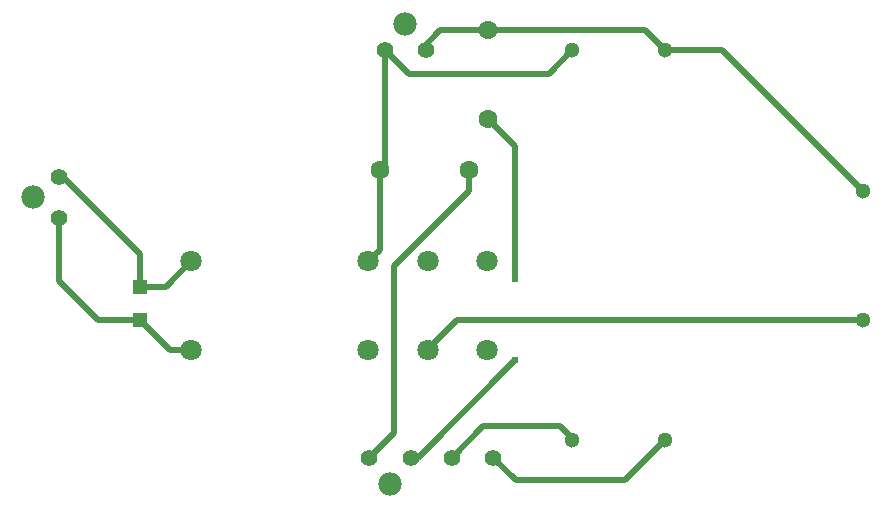
<source format=gbr>
G04 #@! TF.FileFunction,Copper,L1,Top,Signal*
%FSLAX46Y46*%
G04 Gerber Fmt 4.6, Leading zero omitted, Abs format (unit mm)*
G04 Created by KiCad (PCBNEW 4.0.7-e2-6376~58~ubuntu16.04.1) date Mon Nov 27 21:16:57 2017*
%MOMM*%
%LPD*%
G01*
G04 APERTURE LIST*
%ADD10C,0.100000*%
%ADD11C,1.800000*%
%ADD12C,1.300000*%
%ADD13R,1.200000X1.200000*%
%ADD14C,1.600000*%
%ADD15C,1.397000*%
%ADD16C,1.981000*%
%ADD17C,0.609600*%
%ADD18C,0.508000*%
G04 APERTURE END LIST*
D10*
D11*
X137094000Y-105530000D03*
X137094000Y-113030000D03*
X132094000Y-113030000D03*
X117094000Y-113030000D03*
X117094000Y-105530000D03*
X132094000Y-105530000D03*
X142094000Y-113030000D03*
X142094000Y-105530000D03*
D12*
X173990000Y-110490000D03*
X173990000Y-99590000D03*
D13*
X112776000Y-107693000D03*
X112776000Y-110493000D03*
D14*
X142240000Y-93472000D03*
X142250000Y-85972000D03*
X140589000Y-97790000D03*
X133089000Y-97780000D03*
D15*
X133477000Y-87630000D03*
X136977000Y-87630000D03*
D16*
X135227000Y-85400000D03*
D15*
X105918000Y-101854000D03*
X105918000Y-98354000D03*
D16*
X103688000Y-100104000D03*
D15*
X135664000Y-122174000D03*
X132164000Y-122174000D03*
D16*
X133914000Y-124404000D03*
D15*
X139164000Y-122174000D03*
X142664000Y-122174000D03*
D12*
X157226000Y-120650000D03*
X157226000Y-87650000D03*
X149352000Y-120650000D03*
X149352000Y-87650000D03*
D17*
X144526000Y-113919000D03*
X144526000Y-107061000D03*
D18*
X112776000Y-107693000D02*
X114931000Y-107693000D01*
X114931000Y-107693000D02*
X117094000Y-105530000D01*
X105918000Y-98354000D02*
X106228000Y-98354000D01*
X106228000Y-98354000D02*
X112776000Y-104902000D01*
X112776000Y-104902000D02*
X112776000Y-107693000D01*
X112014000Y-110493000D02*
X112779000Y-110493000D01*
X112779000Y-110493000D02*
X115316000Y-113030000D01*
X115316000Y-113030000D02*
X117094000Y-113030000D01*
X105918000Y-101854000D02*
X105918000Y-107188000D01*
X109223000Y-110493000D02*
X112014000Y-110493000D01*
X112014000Y-110493000D02*
X112776000Y-110493000D01*
X105918000Y-107188000D02*
X109223000Y-110493000D01*
X142240000Y-93472000D02*
X144526000Y-95758000D01*
X144526000Y-113919000D02*
X136271000Y-122174000D01*
X144526000Y-95758000D02*
X144526000Y-107061000D01*
X136271000Y-122174000D02*
X135664000Y-122174000D01*
X142250000Y-85972000D02*
X155548000Y-85972000D01*
X155548000Y-85972000D02*
X157226000Y-87650000D01*
X136596000Y-87630000D02*
X136596000Y-87559000D01*
X136596000Y-87559000D02*
X138183000Y-85972000D01*
X138183000Y-85972000D02*
X142250000Y-85972000D01*
X157226000Y-87650000D02*
X162050000Y-87650000D01*
X162050000Y-87650000D02*
X173990000Y-99590000D01*
X140589000Y-97790000D02*
X140589000Y-99568000D01*
X134239000Y-120099000D02*
X132164000Y-122174000D01*
X134239000Y-105918000D02*
X134239000Y-120099000D01*
X140589000Y-99568000D02*
X134239000Y-105918000D01*
X133089000Y-97780000D02*
X133089000Y-104535000D01*
X133089000Y-104535000D02*
X132094000Y-105530000D01*
X133477000Y-87630000D02*
X135509000Y-89662000D01*
X147340000Y-89662000D02*
X149352000Y-87650000D01*
X135509000Y-89662000D02*
X147340000Y-89662000D01*
X133477000Y-87630000D02*
X133477000Y-97392000D01*
X133477000Y-97392000D02*
X133089000Y-97780000D01*
X133096000Y-97392000D02*
X132708000Y-97780000D01*
X149352000Y-120650000D02*
X149352000Y-120523000D01*
X149352000Y-120523000D02*
X148336000Y-119507000D01*
X148336000Y-119507000D02*
X141831000Y-119507000D01*
X141831000Y-119507000D02*
X139164000Y-122174000D01*
X157226000Y-120650000D02*
X153797000Y-124079000D01*
X144569000Y-124079000D02*
X142664000Y-122174000D01*
X153797000Y-124079000D02*
X144569000Y-124079000D01*
X139573000Y-110490000D02*
X173990000Y-110490000D01*
X137094000Y-112969000D02*
X139573000Y-110490000D01*
X137094000Y-113030000D02*
X137094000Y-112969000D01*
M02*

</source>
